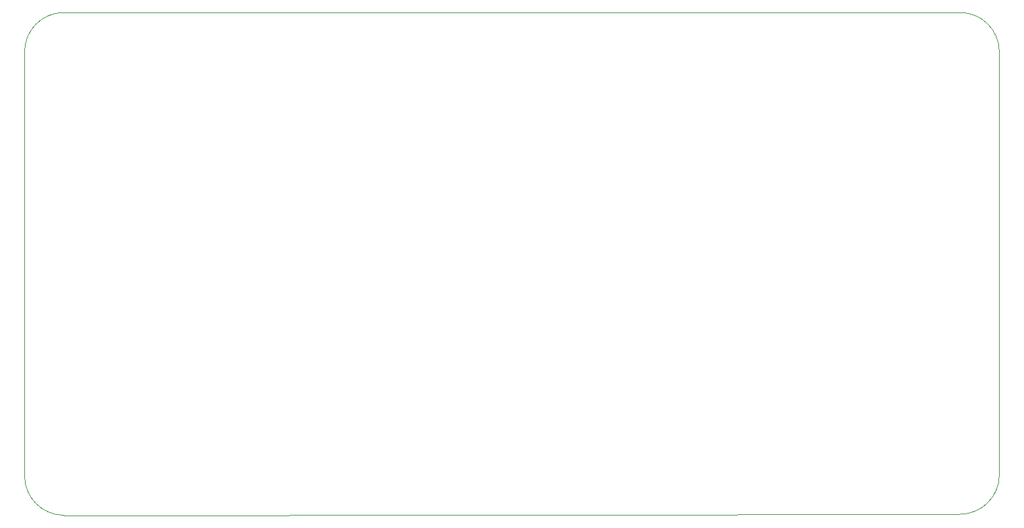
<source format=gbr>
%TF.GenerationSoftware,KiCad,Pcbnew,(5.1.9)-1*%
%TF.CreationDate,2021-03-02T01:46:48-05:00*%
%TF.ProjectId,sailboatController,7361696c-626f-4617-9443-6f6e74726f6c,rev?*%
%TF.SameCoordinates,Original*%
%TF.FileFunction,Profile,NP*%
%FSLAX46Y46*%
G04 Gerber Fmt 4.6, Leading zero omitted, Abs format (unit mm)*
G04 Created by KiCad (PCBNEW (5.1.9)-1) date 2021-03-02 01:46:48*
%MOMM*%
%LPD*%
G01*
G04 APERTURE LIST*
%TA.AperFunction,Profile*%
%ADD10C,0.050000*%
%TD*%
G04 APERTURE END LIST*
D10*
X123190000Y-53340000D02*
X7620000Y-53467000D01*
X128270000Y6350000D02*
X128270000Y-48260000D01*
X7620000Y11430000D02*
X123190000Y11430000D01*
X2540000Y-48387000D02*
X2540000Y6350000D01*
X123190000Y11430000D02*
G75*
G02*
X128270000Y6350000I0J-5080000D01*
G01*
X2540000Y6350000D02*
G75*
G02*
X7620000Y11430000I5080000J0D01*
G01*
X7620000Y-53467000D02*
G75*
G02*
X2540000Y-48387000I0J5080000D01*
G01*
X128270000Y-48260000D02*
G75*
G02*
X123190000Y-53340000I-5080000J0D01*
G01*
M02*

</source>
